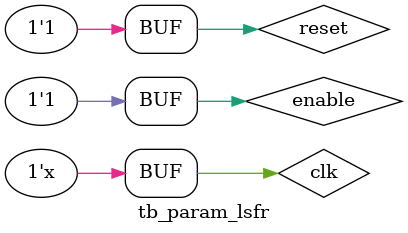
<source format=v>
`timescale 1ns / 1ps


module tb_param_lsfr(

    );
    
    parameter BLOCK_SIZE = 32;
    reg clk;
    reg reset;
    reg enable;
    wire [BLOCK_SIZE:0] Y;
    
    param_lsfr #(.BLOCK_SIZE(BLOCK_SIZE))LSFR(.clk(clk), .reset(reset), .enable(enable), .Y(Y));
    
    initial begin
        clk = 1'b1;
        reset = 1'b0;
        enable = 1'b1;

//        // ACTIVE LOW RESET
        #5 reset = 1'b1;
    end
    
    // clock is 10ns
    always begin
        #5 clk = ~clk;
    end
    
endmodule

</source>
